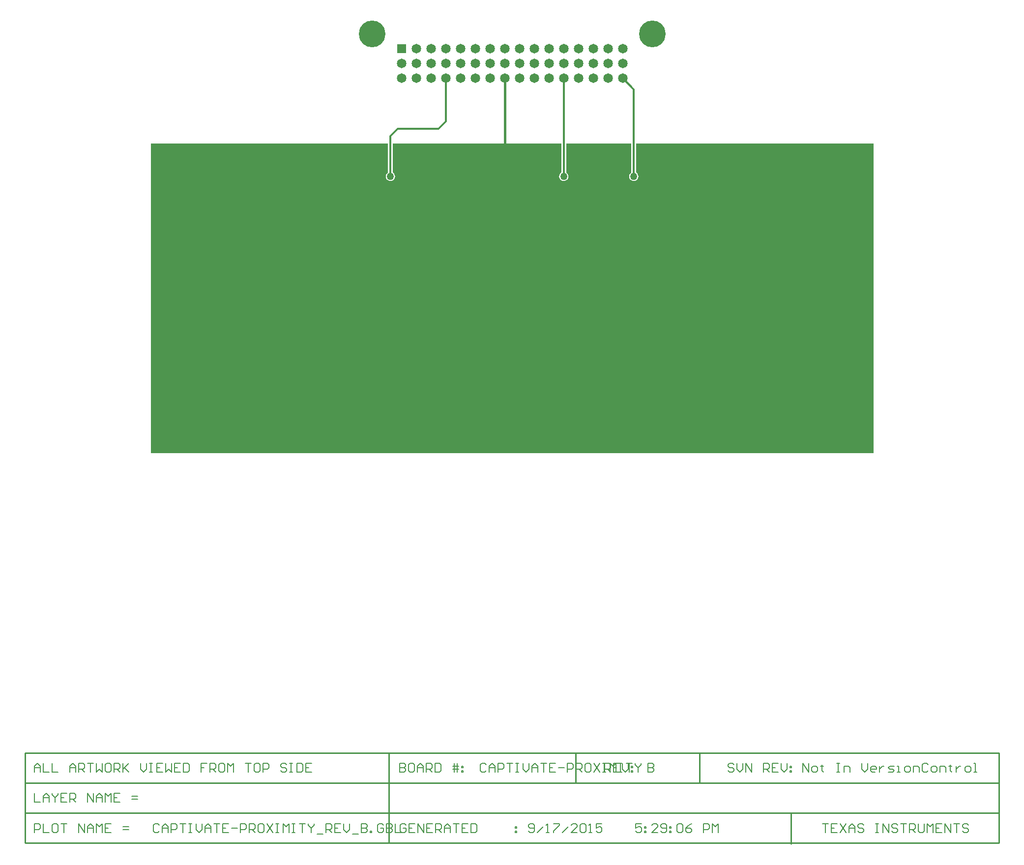
<source format=gbl>
%FSAX25Y25*%
%MOIN*%
G70*
G01*
G75*
G04 Layer_Physical_Order=2*
G04 Layer_Color=16711680*
%ADD10R,0.03150X0.03150*%
%ADD11C,0.03937*%
%ADD12R,0.03740X0.03937*%
%ADD13C,0.02400*%
%ADD14C,0.01200*%
%ADD15C,0.01600*%
%ADD16C,0.01000*%
%ADD17C,0.00800*%
%ADD18C,0.06496*%
%ADD19C,0.18110*%
%ADD20R,0.06496X0.06496*%
%ADD21C,0.05000*%
G36*
X0615200Y0304400D02*
X0125200D01*
Y0514400D01*
X0286069D01*
Y0494556D01*
X0285489Y0494111D01*
X0284992Y0493463D01*
X0284680Y0492709D01*
X0284573Y0491900D01*
X0284680Y0491091D01*
X0284992Y0490337D01*
X0285489Y0489689D01*
X0286137Y0489192D01*
X0286891Y0488880D01*
X0287700Y0488773D01*
X0288509Y0488880D01*
X0289263Y0489192D01*
X0289911Y0489689D01*
X0290408Y0490337D01*
X0290720Y0491091D01*
X0290827Y0491900D01*
X0290720Y0492709D01*
X0290408Y0493463D01*
X0289911Y0494111D01*
X0289331Y0494556D01*
Y0514400D01*
X0403569D01*
Y0494556D01*
X0402989Y0494111D01*
X0402492Y0493463D01*
X0402180Y0492709D01*
X0402073Y0491900D01*
X0402180Y0491091D01*
X0402492Y0490337D01*
X0402989Y0489689D01*
X0403637Y0489192D01*
X0404391Y0488880D01*
X0405200Y0488773D01*
X0406009Y0488880D01*
X0406763Y0489192D01*
X0407411Y0489689D01*
X0407908Y0490337D01*
X0408220Y0491091D01*
X0408327Y0491900D01*
X0408220Y0492709D01*
X0407908Y0493463D01*
X0407411Y0494111D01*
X0406831Y0494556D01*
Y0514400D01*
X0451069D01*
Y0494556D01*
X0450489Y0494111D01*
X0449992Y0493463D01*
X0449680Y0492709D01*
X0449573Y0491900D01*
X0449680Y0491091D01*
X0449992Y0490337D01*
X0450489Y0489689D01*
X0451137Y0489192D01*
X0451891Y0488880D01*
X0452700Y0488773D01*
X0453509Y0488880D01*
X0454263Y0489192D01*
X0454911Y0489689D01*
X0455408Y0490337D01*
X0455720Y0491091D01*
X0455827Y0491900D01*
X0455720Y0492709D01*
X0455408Y0493463D01*
X0454911Y0494111D01*
X0454331Y0494556D01*
Y0514400D01*
X0615200D01*
Y0304400D01*
D02*
G37*
G54D14*
X0287700Y0491900D02*
Y0519400D01*
X0292700Y0524400D01*
X0320200D01*
X0325200Y0529400D01*
Y0558534D01*
X0445200D02*
X0452700Y0551034D01*
Y0491900D02*
Y0551034D01*
X0405200Y0491900D02*
Y0558534D01*
G54D15*
X0365200Y0506900D02*
Y0558534D01*
G54D16*
X0497200Y0080717D02*
Y0101050D01*
X0413200Y0080717D02*
Y0101050D01*
X0040000Y0080717D02*
X0700200D01*
X0040000Y0060383D02*
X0700000D01*
X0040000Y0040050D02*
X0440500D01*
X0040050Y0101050D02*
X0700200D01*
X0040050Y0040050D02*
Y0101050D01*
Y0040050D02*
X0197600D01*
X0040000D02*
Y0101050D01*
X0286500Y0040050D02*
Y0101050D01*
X0700200Y0040050D02*
Y0101050D01*
X0440500Y0040050D02*
X0700200D01*
X0559400Y0039400D02*
Y0059683D01*
G54D17*
X0567400Y0087833D02*
Y0093831D01*
X0571399Y0087833D01*
Y0093831D01*
X0574398Y0087833D02*
X0576397D01*
X0577397Y0088833D01*
Y0090832D01*
X0576397Y0091832D01*
X0574398D01*
X0573398Y0090832D01*
Y0088833D01*
X0574398Y0087833D01*
X0580396Y0092832D02*
Y0091832D01*
X0579396D01*
X0581395D01*
X0580396D01*
Y0088833D01*
X0581395Y0087833D01*
X0590393Y0093831D02*
X0592392D01*
X0591392D01*
Y0087833D01*
X0590393D01*
X0592392D01*
X0595391D02*
Y0091832D01*
X0598390D01*
X0599390Y0090832D01*
Y0087833D01*
X0607387Y0093831D02*
Y0089833D01*
X0609386Y0087833D01*
X0611386Y0089833D01*
Y0093831D01*
X0616384Y0087833D02*
X0614385D01*
X0613385Y0088833D01*
Y0090832D01*
X0614385Y0091832D01*
X0616384D01*
X0617384Y0090832D01*
Y0089833D01*
X0613385D01*
X0619383Y0091832D02*
Y0087833D01*
Y0089833D01*
X0620383Y0090832D01*
X0621383Y0091832D01*
X0622382D01*
X0625381Y0087833D02*
X0628380D01*
X0629380Y0088833D01*
X0628380Y0089833D01*
X0626381D01*
X0625381Y0090832D01*
X0626381Y0091832D01*
X0629380D01*
X0631379Y0087833D02*
X0633379D01*
X0632379D01*
Y0091832D01*
X0631379D01*
X0637377Y0087833D02*
X0639377D01*
X0640376Y0088833D01*
Y0090832D01*
X0639377Y0091832D01*
X0637377D01*
X0636378Y0090832D01*
Y0088833D01*
X0637377Y0087833D01*
X0642376D02*
Y0091832D01*
X0645375D01*
X0646374Y0090832D01*
Y0087833D01*
X0652373Y0092832D02*
X0651373Y0093831D01*
X0649373D01*
X0648374Y0092832D01*
Y0088833D01*
X0649373Y0087833D01*
X0651373D01*
X0652373Y0088833D01*
X0655372Y0087833D02*
X0657371D01*
X0658371Y0088833D01*
Y0090832D01*
X0657371Y0091832D01*
X0655372D01*
X0654372Y0090832D01*
Y0088833D01*
X0655372Y0087833D01*
X0660370D02*
Y0091832D01*
X0663369D01*
X0664369Y0090832D01*
Y0087833D01*
X0667368Y0092832D02*
Y0091832D01*
X0666368D01*
X0668367D01*
X0667368D01*
Y0088833D01*
X0668367Y0087833D01*
X0671366Y0091832D02*
Y0087833D01*
Y0089833D01*
X0672366Y0090832D01*
X0673366Y0091832D01*
X0674365D01*
X0678364Y0087833D02*
X0680364D01*
X0681363Y0088833D01*
Y0090832D01*
X0680364Y0091832D01*
X0678364D01*
X0677364Y0090832D01*
Y0088833D01*
X0678364Y0087833D01*
X0683362D02*
X0685362D01*
X0684362D01*
Y0093831D01*
X0683362D01*
X0520799Y0092832D02*
X0519799Y0093831D01*
X0517800D01*
X0516800Y0092832D01*
Y0091832D01*
X0517800Y0090832D01*
X0519799D01*
X0520799Y0089833D01*
Y0088833D01*
X0519799Y0087833D01*
X0517800D01*
X0516800Y0088833D01*
X0522798Y0093831D02*
Y0089833D01*
X0524797Y0087833D01*
X0526797Y0089833D01*
Y0093831D01*
X0528796Y0087833D02*
Y0093831D01*
X0532795Y0087833D01*
Y0093831D01*
X0540792Y0087833D02*
Y0093831D01*
X0543791D01*
X0544791Y0092832D01*
Y0090832D01*
X0543791Y0089833D01*
X0540792D01*
X0542792D02*
X0544791Y0087833D01*
X0550789Y0093831D02*
X0546790D01*
Y0087833D01*
X0550789D01*
X0546790Y0090832D02*
X0548790D01*
X0552788Y0093831D02*
Y0089833D01*
X0554788Y0087833D01*
X0556787Y0089833D01*
Y0093831D01*
X0558786Y0091832D02*
X0559786D01*
Y0090832D01*
X0558786D01*
Y0091832D01*
Y0088833D02*
X0559786D01*
Y0087833D01*
X0558786D01*
Y0088833D01*
X0433000Y0087833D02*
Y0093831D01*
X0435999D01*
X0436999Y0092832D01*
Y0090832D01*
X0435999Y0089833D01*
X0433000D01*
X0434999D02*
X0436999Y0087833D01*
X0442997Y0093831D02*
X0438998D01*
Y0087833D01*
X0442997D01*
X0438998Y0090832D02*
X0440997D01*
X0444996Y0093831D02*
Y0089833D01*
X0446995Y0087833D01*
X0448995Y0089833D01*
Y0093831D01*
X0450994Y0091832D02*
X0451994D01*
Y0090832D01*
X0450994D01*
Y0091832D01*
Y0088833D02*
X0451994D01*
Y0087833D01*
X0450994D01*
Y0088833D01*
X0130899Y0051965D02*
X0129899Y0052965D01*
X0127900D01*
X0126900Y0051965D01*
Y0047966D01*
X0127900Y0046966D01*
X0129899D01*
X0130899Y0047966D01*
X0132898Y0046966D02*
Y0050965D01*
X0134897Y0052965D01*
X0136897Y0050965D01*
Y0046966D01*
Y0049966D01*
X0132898D01*
X0138896Y0046966D02*
Y0052965D01*
X0141895D01*
X0142895Y0051965D01*
Y0049966D01*
X0141895Y0048966D01*
X0138896D01*
X0144894Y0052965D02*
X0148893D01*
X0146894D01*
Y0046966D01*
X0150892Y0052965D02*
X0152892D01*
X0151892D01*
Y0046966D01*
X0150892D01*
X0152892D01*
X0155891Y0052965D02*
Y0048966D01*
X0157890Y0046966D01*
X0159889Y0048966D01*
Y0052965D01*
X0161889Y0046966D02*
Y0050965D01*
X0163888Y0052965D01*
X0165887Y0050965D01*
Y0046966D01*
Y0049966D01*
X0161889D01*
X0167887Y0052965D02*
X0171885D01*
X0169886D01*
Y0046966D01*
X0177884Y0052965D02*
X0173885D01*
Y0046966D01*
X0177884D01*
X0173885Y0049966D02*
X0175884D01*
X0179883D02*
X0183882D01*
X0185881Y0046966D02*
Y0052965D01*
X0188880D01*
X0189880Y0051965D01*
Y0049966D01*
X0188880Y0048966D01*
X0185881D01*
X0191879Y0046966D02*
Y0052965D01*
X0194878D01*
X0195878Y0051965D01*
Y0049966D01*
X0194878Y0048966D01*
X0191879D01*
X0193878D02*
X0195878Y0046966D01*
X0200876Y0052965D02*
X0198877D01*
X0197877Y0051965D01*
Y0047966D01*
X0198877Y0046966D01*
X0200876D01*
X0201876Y0047966D01*
Y0051965D01*
X0200876Y0052965D01*
X0203875D02*
X0207874Y0046966D01*
Y0052965D02*
X0203875Y0046966D01*
X0209873Y0052965D02*
X0211873D01*
X0210873D01*
Y0046966D01*
X0209873D01*
X0211873D01*
X0214872D02*
Y0052965D01*
X0216871Y0050965D01*
X0218870Y0052965D01*
Y0046966D01*
X0220870Y0052965D02*
X0222869D01*
X0221869D01*
Y0046966D01*
X0220870D01*
X0222869D01*
X0225868Y0052965D02*
X0229867D01*
X0227867D01*
Y0046966D01*
X0231866Y0052965D02*
Y0051965D01*
X0233865Y0049966D01*
X0235865Y0051965D01*
Y0052965D01*
X0233865Y0049966D02*
Y0046966D01*
X0237864Y0045967D02*
X0241863D01*
X0243862Y0046966D02*
Y0052965D01*
X0246861D01*
X0247861Y0051965D01*
Y0049966D01*
X0246861Y0048966D01*
X0243862D01*
X0245862D02*
X0247861Y0046966D01*
X0253859Y0052965D02*
X0249860D01*
Y0046966D01*
X0253859D01*
X0249860Y0049966D02*
X0251860D01*
X0255858Y0052965D02*
Y0048966D01*
X0257858Y0046966D01*
X0259857Y0048966D01*
Y0052965D01*
X0261856Y0045967D02*
X0265855D01*
X0267854Y0052965D02*
Y0046966D01*
X0270853D01*
X0271853Y0047966D01*
Y0048966D01*
X0270853Y0049966D01*
X0267854D01*
X0270853D01*
X0271853Y0050965D01*
Y0051965D01*
X0270853Y0052965D01*
X0267854D01*
X0273852Y0046966D02*
Y0047966D01*
X0274852D01*
Y0046966D01*
X0273852D01*
X0282850Y0051965D02*
X0281850Y0052965D01*
X0279851D01*
X0278851Y0051965D01*
Y0047966D01*
X0279851Y0046966D01*
X0281850D01*
X0282850Y0047966D01*
Y0049966D01*
X0280850D01*
X0284849Y0052965D02*
Y0046966D01*
X0287848D01*
X0288848Y0047966D01*
Y0048966D01*
X0287848Y0049966D01*
X0284849D01*
X0287848D01*
X0288848Y0050965D01*
Y0051965D01*
X0287848Y0052965D01*
X0284849D01*
X0290847D02*
Y0046966D01*
X0294846D01*
X0381150Y0047966D02*
X0382150Y0046966D01*
X0384149D01*
X0385149Y0047966D01*
Y0051965D01*
X0384149Y0052965D01*
X0382150D01*
X0381150Y0051965D01*
Y0050965D01*
X0382150Y0049966D01*
X0385149D01*
X0387148Y0046966D02*
X0391147Y0050965D01*
X0393146Y0046966D02*
X0395146D01*
X0394146D01*
Y0052965D01*
X0393146Y0051965D01*
X0398145Y0052965D02*
X0402143D01*
Y0051965D01*
X0398145Y0047966D01*
Y0046966D01*
X0404143D02*
X0408141Y0050965D01*
X0414139Y0046966D02*
X0410141D01*
X0414139Y0050965D01*
Y0051965D01*
X0413140Y0052965D01*
X0411140D01*
X0410141Y0051965D01*
X0416139D02*
X0417138Y0052965D01*
X0419138D01*
X0420137Y0051965D01*
Y0047966D01*
X0419138Y0046966D01*
X0417138D01*
X0416139Y0047966D01*
Y0051965D01*
X0422137Y0046966D02*
X0424136D01*
X0423136D01*
Y0052965D01*
X0422137Y0051965D01*
X0431134Y0052965D02*
X0427135D01*
Y0049966D01*
X0429135Y0050965D01*
X0430134D01*
X0431134Y0049966D01*
Y0047966D01*
X0430134Y0046966D01*
X0428135D01*
X0427135Y0047966D01*
X0298199Y0051965D02*
X0297199Y0052965D01*
X0295200D01*
X0294200Y0051965D01*
Y0047966D01*
X0295200Y0046966D01*
X0297199D01*
X0298199Y0047966D01*
Y0049966D01*
X0296199D01*
X0304197Y0052965D02*
X0300198D01*
Y0046966D01*
X0304197D01*
X0300198Y0049966D02*
X0302197D01*
X0306196Y0046966D02*
Y0052965D01*
X0310195Y0046966D01*
Y0052965D01*
X0316193D02*
X0312194D01*
Y0046966D01*
X0316193D01*
X0312194Y0049966D02*
X0314194D01*
X0318192Y0046966D02*
Y0052965D01*
X0321191D01*
X0322191Y0051965D01*
Y0049966D01*
X0321191Y0048966D01*
X0318192D01*
X0320192D02*
X0322191Y0046966D01*
X0324190D02*
Y0050965D01*
X0326190Y0052965D01*
X0328189Y0050965D01*
Y0046966D01*
Y0049966D01*
X0324190D01*
X0330188Y0052965D02*
X0334187D01*
X0332188D01*
Y0046966D01*
X0340185Y0052965D02*
X0336186D01*
Y0046966D01*
X0340185D01*
X0336186Y0049966D02*
X0338186D01*
X0342184Y0052965D02*
Y0046966D01*
X0345183D01*
X0346183Y0047966D01*
Y0051965D01*
X0345183Y0052965D01*
X0342184D01*
X0372175Y0050965D02*
X0373175D01*
Y0049966D01*
X0372175D01*
Y0050965D01*
Y0047966D02*
X0373175D01*
Y0046966D01*
X0372175D01*
Y0047966D01*
X0046350Y0087833D02*
Y0091832D01*
X0048349Y0093831D01*
X0050349Y0091832D01*
Y0087833D01*
Y0090832D01*
X0046350D01*
X0052348Y0093831D02*
Y0087833D01*
X0056347D01*
X0058346Y0093831D02*
Y0087833D01*
X0062345D01*
X0070342D02*
Y0091832D01*
X0072342Y0093831D01*
X0074341Y0091832D01*
Y0087833D01*
Y0090832D01*
X0070342D01*
X0076340Y0087833D02*
Y0093831D01*
X0079339D01*
X0080339Y0092832D01*
Y0090832D01*
X0079339Y0089833D01*
X0076340D01*
X0078340D02*
X0080339Y0087833D01*
X0082338Y0093831D02*
X0086337D01*
X0084338D01*
Y0087833D01*
X0088336Y0093831D02*
Y0087833D01*
X0090336Y0089833D01*
X0092335Y0087833D01*
Y0093831D01*
X0097334D02*
X0095334D01*
X0094335Y0092832D01*
Y0088833D01*
X0095334Y0087833D01*
X0097334D01*
X0098333Y0088833D01*
Y0092832D01*
X0097334Y0093831D01*
X0100332Y0087833D02*
Y0093831D01*
X0103332D01*
X0104331Y0092832D01*
Y0090832D01*
X0103332Y0089833D01*
X0100332D01*
X0102332D02*
X0104331Y0087833D01*
X0106331Y0093831D02*
Y0087833D01*
Y0089833D01*
X0110329Y0093831D01*
X0107330Y0090832D01*
X0110329Y0087833D01*
X0118327Y0093831D02*
Y0089833D01*
X0120326Y0087833D01*
X0122325Y0089833D01*
Y0093831D01*
X0124325D02*
X0126324D01*
X0125324D01*
Y0087833D01*
X0124325D01*
X0126324D01*
X0133322Y0093831D02*
X0129323D01*
Y0087833D01*
X0133322D01*
X0129323Y0090832D02*
X0131323D01*
X0135321Y0093831D02*
Y0087833D01*
X0137321Y0089833D01*
X0139320Y0087833D01*
Y0093831D01*
X0145318D02*
X0141319D01*
Y0087833D01*
X0145318D01*
X0141319Y0090832D02*
X0143319D01*
X0147317Y0093831D02*
Y0087833D01*
X0150316D01*
X0151316Y0088833D01*
Y0092832D01*
X0150316Y0093831D01*
X0147317D01*
X0163312D02*
X0159313D01*
Y0090832D01*
X0161313D01*
X0159313D01*
Y0087833D01*
X0165312D02*
Y0093831D01*
X0168310D01*
X0169310Y0092832D01*
Y0090832D01*
X0168310Y0089833D01*
X0165312D01*
X0167311D02*
X0169310Y0087833D01*
X0174309Y0093831D02*
X0172309D01*
X0171310Y0092832D01*
Y0088833D01*
X0172309Y0087833D01*
X0174309D01*
X0175308Y0088833D01*
Y0092832D01*
X0174309Y0093831D01*
X0177308Y0087833D02*
Y0093831D01*
X0179307Y0091832D01*
X0181306Y0093831D01*
Y0087833D01*
X0189304Y0093831D02*
X0193303D01*
X0191303D01*
Y0087833D01*
X0198301Y0093831D02*
X0196301D01*
X0195302Y0092832D01*
Y0088833D01*
X0196301Y0087833D01*
X0198301D01*
X0199301Y0088833D01*
Y0092832D01*
X0198301Y0093831D01*
X0201300Y0087833D02*
Y0093831D01*
X0204299D01*
X0205299Y0092832D01*
Y0090832D01*
X0204299Y0089833D01*
X0201300D01*
X0217295Y0092832D02*
X0216295Y0093831D01*
X0214296D01*
X0213296Y0092832D01*
Y0091832D01*
X0214296Y0090832D01*
X0216295D01*
X0217295Y0089833D01*
Y0088833D01*
X0216295Y0087833D01*
X0214296D01*
X0213296Y0088833D01*
X0219294Y0093831D02*
X0221293D01*
X0220294D01*
Y0087833D01*
X0219294D01*
X0221293D01*
X0224292Y0093831D02*
Y0087833D01*
X0227291D01*
X0228291Y0088833D01*
Y0092832D01*
X0227291Y0093831D01*
X0224292D01*
X0234289D02*
X0230291D01*
Y0087833D01*
X0234289D01*
X0230291Y0090832D02*
X0232290D01*
X0462150Y0093831D02*
Y0087833D01*
X0465149D01*
X0466149Y0088833D01*
Y0089833D01*
X0465149Y0090832D01*
X0462150D01*
X0465149D01*
X0466149Y0091832D01*
Y0092832D01*
X0465149Y0093831D01*
X0462150D01*
X0352549Y0092832D02*
X0351549Y0093831D01*
X0349550D01*
X0348550Y0092832D01*
Y0088833D01*
X0349550Y0087833D01*
X0351549D01*
X0352549Y0088833D01*
X0354548Y0087833D02*
Y0091832D01*
X0356547Y0093831D01*
X0358547Y0091832D01*
Y0087833D01*
Y0090832D01*
X0354548D01*
X0360546Y0087833D02*
Y0093831D01*
X0363545D01*
X0364545Y0092832D01*
Y0090832D01*
X0363545Y0089833D01*
X0360546D01*
X0366544Y0093831D02*
X0370543D01*
X0368544D01*
Y0087833D01*
X0372542Y0093831D02*
X0374542D01*
X0373542D01*
Y0087833D01*
X0372542D01*
X0374542D01*
X0377541Y0093831D02*
Y0089833D01*
X0379540Y0087833D01*
X0381539Y0089833D01*
Y0093831D01*
X0383539Y0087833D02*
Y0091832D01*
X0385538Y0093831D01*
X0387537Y0091832D01*
Y0087833D01*
Y0090832D01*
X0383539D01*
X0389537Y0093831D02*
X0393535D01*
X0391536D01*
Y0087833D01*
X0399534Y0093831D02*
X0395535D01*
Y0087833D01*
X0399534D01*
X0395535Y0090832D02*
X0397534D01*
X0401533D02*
X0405532D01*
X0407531Y0087833D02*
Y0093831D01*
X0410530D01*
X0411530Y0092832D01*
Y0090832D01*
X0410530Y0089833D01*
X0407531D01*
X0413529Y0087833D02*
Y0093831D01*
X0416528D01*
X0417528Y0092832D01*
Y0090832D01*
X0416528Y0089833D01*
X0413529D01*
X0415528D02*
X0417528Y0087833D01*
X0422526Y0093831D02*
X0420527D01*
X0419527Y0092832D01*
Y0088833D01*
X0420527Y0087833D01*
X0422526D01*
X0423526Y0088833D01*
Y0092832D01*
X0422526Y0093831D01*
X0425525D02*
X0429524Y0087833D01*
Y0093831D02*
X0425525Y0087833D01*
X0431523Y0093831D02*
X0433523D01*
X0432523D01*
Y0087833D01*
X0431523D01*
X0433523D01*
X0436521D02*
Y0093831D01*
X0438521Y0091832D01*
X0440520Y0093831D01*
Y0087833D01*
X0442520Y0093831D02*
X0444519D01*
X0443519D01*
Y0087833D01*
X0442520D01*
X0444519D01*
X0447518Y0093831D02*
X0451517D01*
X0449517D01*
Y0087833D01*
X0453516Y0093831D02*
Y0092832D01*
X0455515Y0090832D01*
X0457515Y0092832D01*
Y0093831D01*
X0455515Y0090832D02*
Y0087833D01*
X0294000Y0093831D02*
Y0087833D01*
X0296999D01*
X0297999Y0088833D01*
Y0089833D01*
X0296999Y0090832D01*
X0294000D01*
X0296999D01*
X0297999Y0091832D01*
Y0092832D01*
X0296999Y0093831D01*
X0294000D01*
X0302997D02*
X0300998D01*
X0299998Y0092832D01*
Y0088833D01*
X0300998Y0087833D01*
X0302997D01*
X0303997Y0088833D01*
Y0092832D01*
X0302997Y0093831D01*
X0305996Y0087833D02*
Y0091832D01*
X0307996Y0093831D01*
X0309995Y0091832D01*
Y0087833D01*
Y0090832D01*
X0305996D01*
X0311994Y0087833D02*
Y0093831D01*
X0314993D01*
X0315993Y0092832D01*
Y0090832D01*
X0314993Y0089833D01*
X0311994D01*
X0313994D02*
X0315993Y0087833D01*
X0317992Y0093831D02*
Y0087833D01*
X0320991D01*
X0321991Y0088833D01*
Y0092832D01*
X0320991Y0093831D01*
X0317992D01*
X0330988Y0087833D02*
Y0093831D01*
X0332987D02*
Y0087833D01*
X0329988Y0091832D02*
X0332987D01*
X0333987D01*
X0329988Y0089833D02*
X0333987D01*
X0335986Y0091832D02*
X0336986D01*
Y0090832D01*
X0335986D01*
Y0091832D01*
Y0088833D02*
X0336986D01*
Y0087833D01*
X0335986D01*
Y0088833D01*
X0046350Y0073549D02*
Y0067551D01*
X0050349D01*
X0052348D02*
Y0071549D01*
X0054347Y0073549D01*
X0056347Y0071549D01*
Y0067551D01*
Y0070550D01*
X0052348D01*
X0058346Y0073549D02*
Y0072549D01*
X0060346Y0070550D01*
X0062345Y0072549D01*
Y0073549D01*
X0060346Y0070550D02*
Y0067551D01*
X0068343Y0073549D02*
X0064344D01*
Y0067551D01*
X0068343D01*
X0064344Y0070550D02*
X0066343D01*
X0070342Y0067551D02*
Y0073549D01*
X0073341D01*
X0074341Y0072549D01*
Y0070550D01*
X0073341Y0069550D01*
X0070342D01*
X0072342D02*
X0074341Y0067551D01*
X0082338D02*
Y0073549D01*
X0086337Y0067551D01*
Y0073549D01*
X0088336Y0067551D02*
Y0071549D01*
X0090336Y0073549D01*
X0092335Y0071549D01*
Y0067551D01*
Y0070550D01*
X0088336D01*
X0094335Y0067551D02*
Y0073549D01*
X0096334Y0071549D01*
X0098333Y0073549D01*
Y0067551D01*
X0104331Y0073549D02*
X0100332D01*
Y0067551D01*
X0104331D01*
X0100332Y0070550D02*
X0102332D01*
X0112329Y0069550D02*
X0116327D01*
X0112329Y0071549D02*
X0116327D01*
X0046350Y0046966D02*
Y0052965D01*
X0049349D01*
X0050349Y0051965D01*
Y0049966D01*
X0049349Y0048966D01*
X0046350D01*
X0052348Y0052965D02*
Y0046966D01*
X0056347D01*
X0061345Y0052965D02*
X0059346D01*
X0058346Y0051965D01*
Y0047966D01*
X0059346Y0046966D01*
X0061345D01*
X0062345Y0047966D01*
Y0051965D01*
X0061345Y0052965D01*
X0064344D02*
X0068343D01*
X0066343D01*
Y0046966D01*
X0076340D02*
Y0052965D01*
X0080339Y0046966D01*
Y0052965D01*
X0082338Y0046966D02*
Y0050965D01*
X0084338Y0052965D01*
X0086337Y0050965D01*
Y0046966D01*
Y0049966D01*
X0082338D01*
X0088336Y0046966D02*
Y0052965D01*
X0090336Y0050965D01*
X0092335Y0052965D01*
Y0046966D01*
X0098333Y0052965D02*
X0094335D01*
Y0046966D01*
X0098333D01*
X0094335Y0049966D02*
X0096334D01*
X0106331Y0048966D02*
X0110329D01*
X0106331Y0050965D02*
X0110329D01*
X0458049Y0052965D02*
X0454050D01*
Y0049966D01*
X0456049Y0050965D01*
X0457049D01*
X0458049Y0049966D01*
Y0047966D01*
X0457049Y0046966D01*
X0455050D01*
X0454050Y0047966D01*
X0460048Y0050965D02*
X0461048D01*
Y0049966D01*
X0460048D01*
Y0050965D01*
Y0047966D02*
X0461048D01*
Y0046966D01*
X0460048D01*
Y0047966D01*
X0469045Y0046966D02*
X0465046D01*
X0469045Y0050965D01*
Y0051965D01*
X0468046Y0052965D01*
X0466046D01*
X0465046Y0051965D01*
X0471044Y0047966D02*
X0472044Y0046966D01*
X0474044D01*
X0475043Y0047966D01*
Y0051965D01*
X0474044Y0052965D01*
X0472044D01*
X0471044Y0051965D01*
Y0050965D01*
X0472044Y0049966D01*
X0475043D01*
X0477043Y0050965D02*
X0478042D01*
Y0049966D01*
X0477043D01*
Y0050965D01*
Y0047966D02*
X0478042D01*
Y0046966D01*
X0477043D01*
Y0047966D01*
X0482041Y0051965D02*
X0483041Y0052965D01*
X0485040D01*
X0486040Y0051965D01*
Y0047966D01*
X0485040Y0046966D01*
X0483041D01*
X0482041Y0047966D01*
Y0051965D01*
X0492038Y0052965D02*
X0490038Y0051965D01*
X0488039Y0049966D01*
Y0047966D01*
X0489039Y0046966D01*
X0491038D01*
X0492038Y0047966D01*
Y0048966D01*
X0491038Y0049966D01*
X0488039D01*
X0500035Y0046966D02*
Y0052965D01*
X0503034D01*
X0504034Y0051965D01*
Y0049966D01*
X0503034Y0048966D01*
X0500035D01*
X0506033Y0046966D02*
Y0052965D01*
X0508033Y0050965D01*
X0510032Y0052965D01*
Y0046966D01*
X0580500Y0052965D02*
X0584499D01*
X0582499D01*
Y0046966D01*
X0590497Y0052965D02*
X0586498D01*
Y0046966D01*
X0590497D01*
X0586498Y0049966D02*
X0588497D01*
X0592496Y0052965D02*
X0596495Y0046966D01*
Y0052965D02*
X0592496Y0046966D01*
X0598494D02*
Y0050965D01*
X0600493Y0052965D01*
X0602493Y0050965D01*
Y0046966D01*
Y0049966D01*
X0598494D01*
X0608491Y0051965D02*
X0607491Y0052965D01*
X0605492D01*
X0604492Y0051965D01*
Y0050965D01*
X0605492Y0049966D01*
X0607491D01*
X0608491Y0048966D01*
Y0047966D01*
X0607491Y0046966D01*
X0605492D01*
X0604492Y0047966D01*
X0616488Y0052965D02*
X0618488D01*
X0617488D01*
Y0046966D01*
X0616488D01*
X0618488D01*
X0621487D02*
Y0052965D01*
X0625486Y0046966D01*
Y0052965D01*
X0631484Y0051965D02*
X0630484Y0052965D01*
X0628484D01*
X0627485Y0051965D01*
Y0050965D01*
X0628484Y0049966D01*
X0630484D01*
X0631484Y0048966D01*
Y0047966D01*
X0630484Y0046966D01*
X0628484D01*
X0627485Y0047966D01*
X0633483Y0052965D02*
X0637482D01*
X0635482D01*
Y0046966D01*
X0639481D02*
Y0052965D01*
X0642480D01*
X0643480Y0051965D01*
Y0049966D01*
X0642480Y0048966D01*
X0639481D01*
X0641480D02*
X0643480Y0046966D01*
X0645479Y0052965D02*
Y0047966D01*
X0646479Y0046966D01*
X0648478D01*
X0649478Y0047966D01*
Y0052965D01*
X0651477Y0046966D02*
Y0052965D01*
X0653476Y0050965D01*
X0655476Y0052965D01*
Y0046966D01*
X0661474Y0052965D02*
X0657475D01*
Y0046966D01*
X0661474D01*
X0657475Y0049966D02*
X0659474D01*
X0663473Y0046966D02*
Y0052965D01*
X0667472Y0046966D01*
Y0052965D01*
X0669471D02*
X0673470D01*
X0671471D01*
Y0046966D01*
X0679468Y0051965D02*
X0678468Y0052965D01*
X0676469D01*
X0675469Y0051965D01*
Y0050965D01*
X0676469Y0049966D01*
X0678468D01*
X0679468Y0048966D01*
Y0047966D01*
X0678468Y0046966D01*
X0676469D01*
X0675469Y0047966D01*
G54D18*
X0305200Y0558534D02*
D03*
X0335200D02*
D03*
X0365200D02*
D03*
X0395200D02*
D03*
X0295200Y0568534D02*
D03*
X0315200D02*
D03*
X0325200D02*
D03*
X0345200D02*
D03*
X0355200D02*
D03*
X0375200D02*
D03*
X0385200D02*
D03*
X0405200D02*
D03*
X0305200D02*
D03*
X0335200D02*
D03*
X0365200D02*
D03*
X0395200D02*
D03*
X0295200Y0558534D02*
D03*
X0315200D02*
D03*
X0325200D02*
D03*
X0345200D02*
D03*
X0355200D02*
D03*
X0375200D02*
D03*
X0385200D02*
D03*
X0405200D02*
D03*
X0315200Y0578534D02*
D03*
X0325200D02*
D03*
X0345200D02*
D03*
X0355200D02*
D03*
X0375200D02*
D03*
X0385200D02*
D03*
X0405200D02*
D03*
X0445200Y0558534D02*
D03*
X0435200D02*
D03*
X0425200D02*
D03*
X0415200D02*
D03*
X0445200Y0568534D02*
D03*
X0435200D02*
D03*
X0425200D02*
D03*
X0415200D02*
D03*
X0445200Y0578534D02*
D03*
X0435200D02*
D03*
X0425200D02*
D03*
X0415200D02*
D03*
X0305200D02*
D03*
X0335200D02*
D03*
X0365200D02*
D03*
X0395200D02*
D03*
G54D19*
X0465200Y0588534D02*
D03*
X0275200D02*
D03*
G54D20*
X0295200Y0578534D02*
D03*
G54D21*
X0607700Y0409400D02*
D03*
X0132700D02*
D03*
X0365200Y0311900D02*
D03*
Y0506900D02*
D03*
X0607700D02*
D03*
Y0311900D02*
D03*
X0132700D02*
D03*
Y0506900D02*
D03*
X0287700Y0491900D02*
D03*
X0405200D02*
D03*
X0452700D02*
D03*
M02*

</source>
